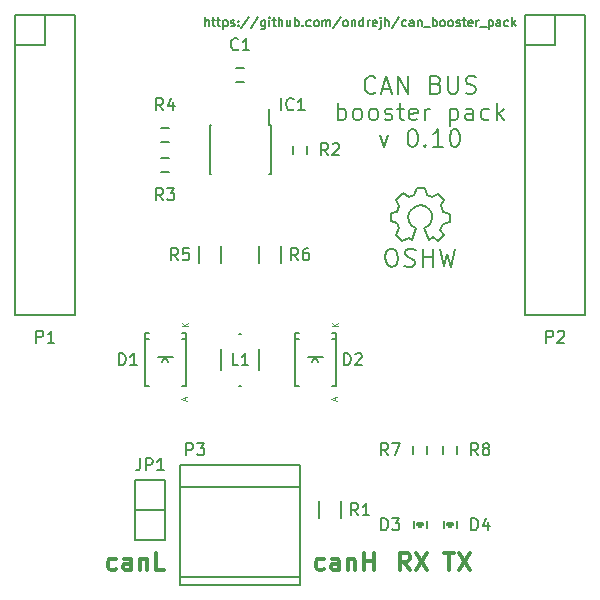
<source format=gbr>
G04 #@! TF.FileFunction,Legend,Top*
%FSLAX46Y46*%
G04 Gerber Fmt 4.6, Leading zero omitted, Abs format (unit mm)*
G04 Created by KiCad (PCBNEW (2014-12-04 BZR 5312)-product) date 9.1.2015 14:21:54*
%MOMM*%
G01*
G04 APERTURE LIST*
%ADD10C,0.100000*%
%ADD11C,0.300000*%
%ADD12C,0.150000*%
%ADD13C,0.099060*%
G04 APERTURE END LIST*
D10*
D11*
X92202143Y-87443571D02*
X93059286Y-87443571D01*
X92630715Y-88943571D02*
X92630715Y-87443571D01*
X93416429Y-87443571D02*
X94416429Y-88943571D01*
X94416429Y-87443571D02*
X93416429Y-88943571D01*
X89285001Y-88943571D02*
X88785001Y-88229286D01*
X88427858Y-88943571D02*
X88427858Y-87443571D01*
X88999286Y-87443571D01*
X89142144Y-87515000D01*
X89213572Y-87586429D01*
X89285001Y-87729286D01*
X89285001Y-87943571D01*
X89213572Y-88086429D01*
X89142144Y-88157857D01*
X88999286Y-88229286D01*
X88427858Y-88229286D01*
X89785001Y-87443571D02*
X90785001Y-88943571D01*
X90785001Y-87443571D02*
X89785001Y-88943571D01*
X82034286Y-88872143D02*
X81891429Y-88943571D01*
X81605715Y-88943571D01*
X81462857Y-88872143D01*
X81391429Y-88800714D01*
X81320000Y-88657857D01*
X81320000Y-88229286D01*
X81391429Y-88086429D01*
X81462857Y-88015000D01*
X81605715Y-87943571D01*
X81891429Y-87943571D01*
X82034286Y-88015000D01*
X83320000Y-88943571D02*
X83320000Y-88157857D01*
X83248571Y-88015000D01*
X83105714Y-87943571D01*
X82820000Y-87943571D01*
X82677143Y-88015000D01*
X83320000Y-88872143D02*
X83177143Y-88943571D01*
X82820000Y-88943571D01*
X82677143Y-88872143D01*
X82605714Y-88729286D01*
X82605714Y-88586429D01*
X82677143Y-88443571D01*
X82820000Y-88372143D01*
X83177143Y-88372143D01*
X83320000Y-88300714D01*
X84034286Y-87943571D02*
X84034286Y-88943571D01*
X84034286Y-88086429D02*
X84105714Y-88015000D01*
X84248572Y-87943571D01*
X84462857Y-87943571D01*
X84605714Y-88015000D01*
X84677143Y-88157857D01*
X84677143Y-88943571D01*
X85391429Y-88943571D02*
X85391429Y-87443571D01*
X85391429Y-88157857D02*
X86248572Y-88157857D01*
X86248572Y-88943571D02*
X86248572Y-87443571D01*
X64432857Y-88872143D02*
X64290000Y-88943571D01*
X64004286Y-88943571D01*
X63861428Y-88872143D01*
X63790000Y-88800714D01*
X63718571Y-88657857D01*
X63718571Y-88229286D01*
X63790000Y-88086429D01*
X63861428Y-88015000D01*
X64004286Y-87943571D01*
X64290000Y-87943571D01*
X64432857Y-88015000D01*
X65718571Y-88943571D02*
X65718571Y-88157857D01*
X65647142Y-88015000D01*
X65504285Y-87943571D01*
X65218571Y-87943571D01*
X65075714Y-88015000D01*
X65718571Y-88872143D02*
X65575714Y-88943571D01*
X65218571Y-88943571D01*
X65075714Y-88872143D01*
X65004285Y-88729286D01*
X65004285Y-88586429D01*
X65075714Y-88443571D01*
X65218571Y-88372143D01*
X65575714Y-88372143D01*
X65718571Y-88300714D01*
X66432857Y-87943571D02*
X66432857Y-88943571D01*
X66432857Y-88086429D02*
X66504285Y-88015000D01*
X66647143Y-87943571D01*
X66861428Y-87943571D01*
X67004285Y-88015000D01*
X67075714Y-88157857D01*
X67075714Y-88943571D01*
X68504286Y-88943571D02*
X67790000Y-88943571D01*
X67790000Y-87443571D01*
D12*
X71965004Y-42884286D02*
X71965004Y-42134286D01*
X72286433Y-42884286D02*
X72286433Y-42491429D01*
X72250719Y-42420000D01*
X72179290Y-42384286D01*
X72072147Y-42384286D01*
X72000719Y-42420000D01*
X71965004Y-42455714D01*
X72536433Y-42384286D02*
X72822147Y-42384286D01*
X72643575Y-42134286D02*
X72643575Y-42777143D01*
X72679290Y-42848571D01*
X72750718Y-42884286D01*
X72822147Y-42884286D01*
X72965004Y-42384286D02*
X73250718Y-42384286D01*
X73072146Y-42134286D02*
X73072146Y-42777143D01*
X73107861Y-42848571D01*
X73179289Y-42884286D01*
X73250718Y-42884286D01*
X73500717Y-42384286D02*
X73500717Y-43134286D01*
X73500717Y-42420000D02*
X73572146Y-42384286D01*
X73715003Y-42384286D01*
X73786432Y-42420000D01*
X73822146Y-42455714D01*
X73857860Y-42527143D01*
X73857860Y-42741429D01*
X73822146Y-42812857D01*
X73786432Y-42848571D01*
X73715003Y-42884286D01*
X73572146Y-42884286D01*
X73500717Y-42848571D01*
X74143574Y-42848571D02*
X74215003Y-42884286D01*
X74357860Y-42884286D01*
X74429288Y-42848571D01*
X74465003Y-42777143D01*
X74465003Y-42741429D01*
X74429288Y-42670000D01*
X74357860Y-42634286D01*
X74250717Y-42634286D01*
X74179288Y-42598571D01*
X74143574Y-42527143D01*
X74143574Y-42491429D01*
X74179288Y-42420000D01*
X74250717Y-42384286D01*
X74357860Y-42384286D01*
X74429288Y-42420000D01*
X74786431Y-42812857D02*
X74822146Y-42848571D01*
X74786431Y-42884286D01*
X74750717Y-42848571D01*
X74786431Y-42812857D01*
X74786431Y-42884286D01*
X74786431Y-42420000D02*
X74822146Y-42455714D01*
X74786431Y-42491429D01*
X74750717Y-42455714D01*
X74786431Y-42420000D01*
X74786431Y-42491429D01*
X75679289Y-42098571D02*
X75036432Y-43062857D01*
X76465003Y-42098571D02*
X75822146Y-43062857D01*
X77036431Y-42384286D02*
X77036431Y-42991429D01*
X77000717Y-43062857D01*
X76965002Y-43098571D01*
X76893574Y-43134286D01*
X76786431Y-43134286D01*
X76715002Y-43098571D01*
X77036431Y-42848571D02*
X76965002Y-42884286D01*
X76822145Y-42884286D01*
X76750717Y-42848571D01*
X76715002Y-42812857D01*
X76679288Y-42741429D01*
X76679288Y-42527143D01*
X76715002Y-42455714D01*
X76750717Y-42420000D01*
X76822145Y-42384286D01*
X76965002Y-42384286D01*
X77036431Y-42420000D01*
X77393573Y-42884286D02*
X77393573Y-42384286D01*
X77393573Y-42134286D02*
X77357859Y-42170000D01*
X77393573Y-42205714D01*
X77429288Y-42170000D01*
X77393573Y-42134286D01*
X77393573Y-42205714D01*
X77643574Y-42384286D02*
X77929288Y-42384286D01*
X77750716Y-42134286D02*
X77750716Y-42777143D01*
X77786431Y-42848571D01*
X77857859Y-42884286D01*
X77929288Y-42884286D01*
X78179287Y-42884286D02*
X78179287Y-42134286D01*
X78500716Y-42884286D02*
X78500716Y-42491429D01*
X78465002Y-42420000D01*
X78393573Y-42384286D01*
X78286430Y-42384286D01*
X78215002Y-42420000D01*
X78179287Y-42455714D01*
X79179287Y-42384286D02*
X79179287Y-42884286D01*
X78857858Y-42384286D02*
X78857858Y-42777143D01*
X78893573Y-42848571D01*
X78965001Y-42884286D01*
X79072144Y-42884286D01*
X79143573Y-42848571D01*
X79179287Y-42812857D01*
X79536429Y-42884286D02*
X79536429Y-42134286D01*
X79536429Y-42420000D02*
X79607858Y-42384286D01*
X79750715Y-42384286D01*
X79822144Y-42420000D01*
X79857858Y-42455714D01*
X79893572Y-42527143D01*
X79893572Y-42741429D01*
X79857858Y-42812857D01*
X79822144Y-42848571D01*
X79750715Y-42884286D01*
X79607858Y-42884286D01*
X79536429Y-42848571D01*
X80215000Y-42812857D02*
X80250715Y-42848571D01*
X80215000Y-42884286D01*
X80179286Y-42848571D01*
X80215000Y-42812857D01*
X80215000Y-42884286D01*
X80893572Y-42848571D02*
X80822143Y-42884286D01*
X80679286Y-42884286D01*
X80607858Y-42848571D01*
X80572143Y-42812857D01*
X80536429Y-42741429D01*
X80536429Y-42527143D01*
X80572143Y-42455714D01*
X80607858Y-42420000D01*
X80679286Y-42384286D01*
X80822143Y-42384286D01*
X80893572Y-42420000D01*
X81322143Y-42884286D02*
X81250715Y-42848571D01*
X81215000Y-42812857D01*
X81179286Y-42741429D01*
X81179286Y-42527143D01*
X81215000Y-42455714D01*
X81250715Y-42420000D01*
X81322143Y-42384286D01*
X81429286Y-42384286D01*
X81500715Y-42420000D01*
X81536429Y-42455714D01*
X81572143Y-42527143D01*
X81572143Y-42741429D01*
X81536429Y-42812857D01*
X81500715Y-42848571D01*
X81429286Y-42884286D01*
X81322143Y-42884286D01*
X81893571Y-42884286D02*
X81893571Y-42384286D01*
X81893571Y-42455714D02*
X81929286Y-42420000D01*
X82000714Y-42384286D01*
X82107857Y-42384286D01*
X82179286Y-42420000D01*
X82215000Y-42491429D01*
X82215000Y-42884286D01*
X82215000Y-42491429D02*
X82250714Y-42420000D01*
X82322143Y-42384286D01*
X82429286Y-42384286D01*
X82500714Y-42420000D01*
X82536429Y-42491429D01*
X82536429Y-42884286D01*
X83429286Y-42098571D02*
X82786429Y-43062857D01*
X83786428Y-42884286D02*
X83715000Y-42848571D01*
X83679285Y-42812857D01*
X83643571Y-42741429D01*
X83643571Y-42527143D01*
X83679285Y-42455714D01*
X83715000Y-42420000D01*
X83786428Y-42384286D01*
X83893571Y-42384286D01*
X83965000Y-42420000D01*
X84000714Y-42455714D01*
X84036428Y-42527143D01*
X84036428Y-42741429D01*
X84000714Y-42812857D01*
X83965000Y-42848571D01*
X83893571Y-42884286D01*
X83786428Y-42884286D01*
X84357856Y-42384286D02*
X84357856Y-42884286D01*
X84357856Y-42455714D02*
X84393571Y-42420000D01*
X84464999Y-42384286D01*
X84572142Y-42384286D01*
X84643571Y-42420000D01*
X84679285Y-42491429D01*
X84679285Y-42884286D01*
X85357856Y-42884286D02*
X85357856Y-42134286D01*
X85357856Y-42848571D02*
X85286427Y-42884286D01*
X85143570Y-42884286D01*
X85072142Y-42848571D01*
X85036427Y-42812857D01*
X85000713Y-42741429D01*
X85000713Y-42527143D01*
X85036427Y-42455714D01*
X85072142Y-42420000D01*
X85143570Y-42384286D01*
X85286427Y-42384286D01*
X85357856Y-42420000D01*
X85714998Y-42884286D02*
X85714998Y-42384286D01*
X85714998Y-42527143D02*
X85750713Y-42455714D01*
X85786427Y-42420000D01*
X85857856Y-42384286D01*
X85929284Y-42384286D01*
X86464999Y-42848571D02*
X86393570Y-42884286D01*
X86250713Y-42884286D01*
X86179284Y-42848571D01*
X86143570Y-42777143D01*
X86143570Y-42491429D01*
X86179284Y-42420000D01*
X86250713Y-42384286D01*
X86393570Y-42384286D01*
X86464999Y-42420000D01*
X86500713Y-42491429D01*
X86500713Y-42562857D01*
X86143570Y-42634286D01*
X86822141Y-42384286D02*
X86822141Y-43027143D01*
X86786427Y-43098571D01*
X86714999Y-43134286D01*
X86679284Y-43134286D01*
X86822141Y-42134286D02*
X86786427Y-42170000D01*
X86822141Y-42205714D01*
X86857856Y-42170000D01*
X86822141Y-42134286D01*
X86822141Y-42205714D01*
X87179284Y-42884286D02*
X87179284Y-42134286D01*
X87500713Y-42884286D02*
X87500713Y-42491429D01*
X87464999Y-42420000D01*
X87393570Y-42384286D01*
X87286427Y-42384286D01*
X87214999Y-42420000D01*
X87179284Y-42455714D01*
X88393570Y-42098571D02*
X87750713Y-43062857D01*
X88964998Y-42848571D02*
X88893569Y-42884286D01*
X88750712Y-42884286D01*
X88679284Y-42848571D01*
X88643569Y-42812857D01*
X88607855Y-42741429D01*
X88607855Y-42527143D01*
X88643569Y-42455714D01*
X88679284Y-42420000D01*
X88750712Y-42384286D01*
X88893569Y-42384286D01*
X88964998Y-42420000D01*
X89607855Y-42884286D02*
X89607855Y-42491429D01*
X89572141Y-42420000D01*
X89500712Y-42384286D01*
X89357855Y-42384286D01*
X89286426Y-42420000D01*
X89607855Y-42848571D02*
X89536426Y-42884286D01*
X89357855Y-42884286D01*
X89286426Y-42848571D01*
X89250712Y-42777143D01*
X89250712Y-42705714D01*
X89286426Y-42634286D01*
X89357855Y-42598571D01*
X89536426Y-42598571D01*
X89607855Y-42562857D01*
X89964997Y-42384286D02*
X89964997Y-42884286D01*
X89964997Y-42455714D02*
X90000712Y-42420000D01*
X90072140Y-42384286D01*
X90179283Y-42384286D01*
X90250712Y-42420000D01*
X90286426Y-42491429D01*
X90286426Y-42884286D01*
X90464997Y-42955714D02*
X91036426Y-42955714D01*
X91214997Y-42884286D02*
X91214997Y-42134286D01*
X91214997Y-42420000D02*
X91286426Y-42384286D01*
X91429283Y-42384286D01*
X91500712Y-42420000D01*
X91536426Y-42455714D01*
X91572140Y-42527143D01*
X91572140Y-42741429D01*
X91536426Y-42812857D01*
X91500712Y-42848571D01*
X91429283Y-42884286D01*
X91286426Y-42884286D01*
X91214997Y-42848571D01*
X92000711Y-42884286D02*
X91929283Y-42848571D01*
X91893568Y-42812857D01*
X91857854Y-42741429D01*
X91857854Y-42527143D01*
X91893568Y-42455714D01*
X91929283Y-42420000D01*
X92000711Y-42384286D01*
X92107854Y-42384286D01*
X92179283Y-42420000D01*
X92214997Y-42455714D01*
X92250711Y-42527143D01*
X92250711Y-42741429D01*
X92214997Y-42812857D01*
X92179283Y-42848571D01*
X92107854Y-42884286D01*
X92000711Y-42884286D01*
X92679282Y-42884286D02*
X92607854Y-42848571D01*
X92572139Y-42812857D01*
X92536425Y-42741429D01*
X92536425Y-42527143D01*
X92572139Y-42455714D01*
X92607854Y-42420000D01*
X92679282Y-42384286D01*
X92786425Y-42384286D01*
X92857854Y-42420000D01*
X92893568Y-42455714D01*
X92929282Y-42527143D01*
X92929282Y-42741429D01*
X92893568Y-42812857D01*
X92857854Y-42848571D01*
X92786425Y-42884286D01*
X92679282Y-42884286D01*
X93214996Y-42848571D02*
X93286425Y-42884286D01*
X93429282Y-42884286D01*
X93500710Y-42848571D01*
X93536425Y-42777143D01*
X93536425Y-42741429D01*
X93500710Y-42670000D01*
X93429282Y-42634286D01*
X93322139Y-42634286D01*
X93250710Y-42598571D01*
X93214996Y-42527143D01*
X93214996Y-42491429D01*
X93250710Y-42420000D01*
X93322139Y-42384286D01*
X93429282Y-42384286D01*
X93500710Y-42420000D01*
X93750711Y-42384286D02*
X94036425Y-42384286D01*
X93857853Y-42134286D02*
X93857853Y-42777143D01*
X93893568Y-42848571D01*
X93964996Y-42884286D01*
X94036425Y-42884286D01*
X94572139Y-42848571D02*
X94500710Y-42884286D01*
X94357853Y-42884286D01*
X94286424Y-42848571D01*
X94250710Y-42777143D01*
X94250710Y-42491429D01*
X94286424Y-42420000D01*
X94357853Y-42384286D01*
X94500710Y-42384286D01*
X94572139Y-42420000D01*
X94607853Y-42491429D01*
X94607853Y-42562857D01*
X94250710Y-42634286D01*
X94929281Y-42884286D02*
X94929281Y-42384286D01*
X94929281Y-42527143D02*
X94964996Y-42455714D01*
X95000710Y-42420000D01*
X95072139Y-42384286D01*
X95143567Y-42384286D01*
X95214996Y-42955714D02*
X95786425Y-42955714D01*
X95964996Y-42384286D02*
X95964996Y-43134286D01*
X95964996Y-42420000D02*
X96036425Y-42384286D01*
X96179282Y-42384286D01*
X96250711Y-42420000D01*
X96286425Y-42455714D01*
X96322139Y-42527143D01*
X96322139Y-42741429D01*
X96286425Y-42812857D01*
X96250711Y-42848571D01*
X96179282Y-42884286D01*
X96036425Y-42884286D01*
X95964996Y-42848571D01*
X96964996Y-42884286D02*
X96964996Y-42491429D01*
X96929282Y-42420000D01*
X96857853Y-42384286D01*
X96714996Y-42384286D01*
X96643567Y-42420000D01*
X96964996Y-42848571D02*
X96893567Y-42884286D01*
X96714996Y-42884286D01*
X96643567Y-42848571D01*
X96607853Y-42777143D01*
X96607853Y-42705714D01*
X96643567Y-42634286D01*
X96714996Y-42598571D01*
X96893567Y-42598571D01*
X96964996Y-42562857D01*
X97643567Y-42848571D02*
X97572138Y-42884286D01*
X97429281Y-42884286D01*
X97357853Y-42848571D01*
X97322138Y-42812857D01*
X97286424Y-42741429D01*
X97286424Y-42527143D01*
X97322138Y-42455714D01*
X97357853Y-42420000D01*
X97429281Y-42384286D01*
X97572138Y-42384286D01*
X97643567Y-42420000D01*
X97964995Y-42884286D02*
X97964995Y-42134286D01*
X98036424Y-42598571D02*
X98250710Y-42884286D01*
X98250710Y-42384286D02*
X97964995Y-42670000D01*
X86384286Y-48450714D02*
X86312857Y-48522143D01*
X86098571Y-48593571D01*
X85955714Y-48593571D01*
X85741429Y-48522143D01*
X85598571Y-48379286D01*
X85527143Y-48236429D01*
X85455714Y-47950714D01*
X85455714Y-47736429D01*
X85527143Y-47450714D01*
X85598571Y-47307857D01*
X85741429Y-47165000D01*
X85955714Y-47093571D01*
X86098571Y-47093571D01*
X86312857Y-47165000D01*
X86384286Y-47236429D01*
X86955714Y-48165000D02*
X87670000Y-48165000D01*
X86812857Y-48593571D02*
X87312857Y-47093571D01*
X87812857Y-48593571D01*
X88312857Y-48593571D02*
X88312857Y-47093571D01*
X89170000Y-48593571D01*
X89170000Y-47093571D01*
X91527143Y-47807857D02*
X91741429Y-47879286D01*
X91812857Y-47950714D01*
X91884286Y-48093571D01*
X91884286Y-48307857D01*
X91812857Y-48450714D01*
X91741429Y-48522143D01*
X91598571Y-48593571D01*
X91027143Y-48593571D01*
X91027143Y-47093571D01*
X91527143Y-47093571D01*
X91670000Y-47165000D01*
X91741429Y-47236429D01*
X91812857Y-47379286D01*
X91812857Y-47522143D01*
X91741429Y-47665000D01*
X91670000Y-47736429D01*
X91527143Y-47807857D01*
X91027143Y-47807857D01*
X92527143Y-47093571D02*
X92527143Y-48307857D01*
X92598571Y-48450714D01*
X92670000Y-48522143D01*
X92812857Y-48593571D01*
X93098571Y-48593571D01*
X93241429Y-48522143D01*
X93312857Y-48450714D01*
X93384286Y-48307857D01*
X93384286Y-47093571D01*
X94027143Y-48522143D02*
X94241429Y-48593571D01*
X94598572Y-48593571D01*
X94741429Y-48522143D01*
X94812858Y-48450714D01*
X94884286Y-48307857D01*
X94884286Y-48165000D01*
X94812858Y-48022143D01*
X94741429Y-47950714D01*
X94598572Y-47879286D01*
X94312858Y-47807857D01*
X94170000Y-47736429D01*
X94098572Y-47665000D01*
X94027143Y-47522143D01*
X94027143Y-47379286D01*
X94098572Y-47236429D01*
X94170000Y-47165000D01*
X94312858Y-47093571D01*
X94670000Y-47093571D01*
X94884286Y-47165000D01*
X83170000Y-50843571D02*
X83170000Y-49343571D01*
X83170000Y-49915000D02*
X83312857Y-49843571D01*
X83598571Y-49843571D01*
X83741428Y-49915000D01*
X83812857Y-49986429D01*
X83884286Y-50129286D01*
X83884286Y-50557857D01*
X83812857Y-50700714D01*
X83741428Y-50772143D01*
X83598571Y-50843571D01*
X83312857Y-50843571D01*
X83170000Y-50772143D01*
X84741429Y-50843571D02*
X84598571Y-50772143D01*
X84527143Y-50700714D01*
X84455714Y-50557857D01*
X84455714Y-50129286D01*
X84527143Y-49986429D01*
X84598571Y-49915000D01*
X84741429Y-49843571D01*
X84955714Y-49843571D01*
X85098571Y-49915000D01*
X85170000Y-49986429D01*
X85241429Y-50129286D01*
X85241429Y-50557857D01*
X85170000Y-50700714D01*
X85098571Y-50772143D01*
X84955714Y-50843571D01*
X84741429Y-50843571D01*
X86098572Y-50843571D02*
X85955714Y-50772143D01*
X85884286Y-50700714D01*
X85812857Y-50557857D01*
X85812857Y-50129286D01*
X85884286Y-49986429D01*
X85955714Y-49915000D01*
X86098572Y-49843571D01*
X86312857Y-49843571D01*
X86455714Y-49915000D01*
X86527143Y-49986429D01*
X86598572Y-50129286D01*
X86598572Y-50557857D01*
X86527143Y-50700714D01*
X86455714Y-50772143D01*
X86312857Y-50843571D01*
X86098572Y-50843571D01*
X87170000Y-50772143D02*
X87312857Y-50843571D01*
X87598572Y-50843571D01*
X87741429Y-50772143D01*
X87812857Y-50629286D01*
X87812857Y-50557857D01*
X87741429Y-50415000D01*
X87598572Y-50343571D01*
X87384286Y-50343571D01*
X87241429Y-50272143D01*
X87170000Y-50129286D01*
X87170000Y-50057857D01*
X87241429Y-49915000D01*
X87384286Y-49843571D01*
X87598572Y-49843571D01*
X87741429Y-49915000D01*
X88241429Y-49843571D02*
X88812858Y-49843571D01*
X88455715Y-49343571D02*
X88455715Y-50629286D01*
X88527143Y-50772143D01*
X88670001Y-50843571D01*
X88812858Y-50843571D01*
X89884286Y-50772143D02*
X89741429Y-50843571D01*
X89455715Y-50843571D01*
X89312858Y-50772143D01*
X89241429Y-50629286D01*
X89241429Y-50057857D01*
X89312858Y-49915000D01*
X89455715Y-49843571D01*
X89741429Y-49843571D01*
X89884286Y-49915000D01*
X89955715Y-50057857D01*
X89955715Y-50200714D01*
X89241429Y-50343571D01*
X90598572Y-50843571D02*
X90598572Y-49843571D01*
X90598572Y-50129286D02*
X90670000Y-49986429D01*
X90741429Y-49915000D01*
X90884286Y-49843571D01*
X91027143Y-49843571D01*
X92670000Y-49843571D02*
X92670000Y-51343571D01*
X92670000Y-49915000D02*
X92812857Y-49843571D01*
X93098571Y-49843571D01*
X93241428Y-49915000D01*
X93312857Y-49986429D01*
X93384286Y-50129286D01*
X93384286Y-50557857D01*
X93312857Y-50700714D01*
X93241428Y-50772143D01*
X93098571Y-50843571D01*
X92812857Y-50843571D01*
X92670000Y-50772143D01*
X94670000Y-50843571D02*
X94670000Y-50057857D01*
X94598571Y-49915000D01*
X94455714Y-49843571D01*
X94170000Y-49843571D01*
X94027143Y-49915000D01*
X94670000Y-50772143D02*
X94527143Y-50843571D01*
X94170000Y-50843571D01*
X94027143Y-50772143D01*
X93955714Y-50629286D01*
X93955714Y-50486429D01*
X94027143Y-50343571D01*
X94170000Y-50272143D01*
X94527143Y-50272143D01*
X94670000Y-50200714D01*
X96027143Y-50772143D02*
X95884286Y-50843571D01*
X95598572Y-50843571D01*
X95455714Y-50772143D01*
X95384286Y-50700714D01*
X95312857Y-50557857D01*
X95312857Y-50129286D01*
X95384286Y-49986429D01*
X95455714Y-49915000D01*
X95598572Y-49843571D01*
X95884286Y-49843571D01*
X96027143Y-49915000D01*
X96670000Y-50843571D02*
X96670000Y-49343571D01*
X96812857Y-50272143D02*
X97241428Y-50843571D01*
X97241428Y-49843571D02*
X96670000Y-50415000D01*
X86741430Y-52093571D02*
X87098573Y-53093571D01*
X87455715Y-52093571D01*
X89455715Y-51593571D02*
X89598572Y-51593571D01*
X89741429Y-51665000D01*
X89812858Y-51736429D01*
X89884287Y-51879286D01*
X89955715Y-52165000D01*
X89955715Y-52522143D01*
X89884287Y-52807857D01*
X89812858Y-52950714D01*
X89741429Y-53022143D01*
X89598572Y-53093571D01*
X89455715Y-53093571D01*
X89312858Y-53022143D01*
X89241429Y-52950714D01*
X89170001Y-52807857D01*
X89098572Y-52522143D01*
X89098572Y-52165000D01*
X89170001Y-51879286D01*
X89241429Y-51736429D01*
X89312858Y-51665000D01*
X89455715Y-51593571D01*
X90598572Y-52950714D02*
X90670000Y-53022143D01*
X90598572Y-53093571D01*
X90527143Y-53022143D01*
X90598572Y-52950714D01*
X90598572Y-53093571D01*
X92098572Y-53093571D02*
X91241429Y-53093571D01*
X91670001Y-53093571D02*
X91670001Y-51593571D01*
X91527144Y-51807857D01*
X91384286Y-51950714D01*
X91241429Y-52022143D01*
X93027143Y-51593571D02*
X93170000Y-51593571D01*
X93312857Y-51665000D01*
X93384286Y-51736429D01*
X93455715Y-51879286D01*
X93527143Y-52165000D01*
X93527143Y-52522143D01*
X93455715Y-52807857D01*
X93384286Y-52950714D01*
X93312857Y-53022143D01*
X93170000Y-53093571D01*
X93027143Y-53093571D01*
X92884286Y-53022143D01*
X92812857Y-52950714D01*
X92741429Y-52807857D01*
X92670000Y-52522143D01*
X92670000Y-52165000D01*
X92741429Y-51879286D01*
X92812857Y-51736429D01*
X92884286Y-51665000D01*
X93027143Y-51593571D01*
X90271600Y-85090000D02*
X90424000Y-85090000D01*
X90424000Y-85090000D02*
X90424000Y-84937600D01*
X90424000Y-84937600D02*
X89916000Y-84937600D01*
X89916000Y-84937600D02*
X89916000Y-85090000D01*
X89916000Y-85090000D02*
X90068400Y-85090000D01*
X89611200Y-84785200D02*
X89611200Y-85394800D01*
X90728800Y-84785200D02*
X90728800Y-85394800D01*
X90269060Y-85090000D02*
X90070940Y-85090000D01*
X90070940Y-85090000D02*
X90070940Y-85288120D01*
X90269060Y-85288120D02*
X90070940Y-85288120D01*
X90269060Y-85090000D02*
X90269060Y-85288120D01*
X91838780Y-61744860D02*
X92199460Y-63215520D01*
X92199460Y-63215520D02*
X92478860Y-62153800D01*
X92478860Y-62153800D02*
X92788740Y-63225680D01*
X92788740Y-63225680D02*
X93129100Y-61775340D01*
X90418920Y-62435740D02*
X91208860Y-62425580D01*
X91208860Y-62425580D02*
X91219020Y-62435740D01*
X91219020Y-62435740D02*
X91219020Y-62425580D01*
X91259660Y-61714380D02*
X91259660Y-63256160D01*
X90370660Y-61704220D02*
X90370660Y-63273940D01*
X90370660Y-63273940D02*
X90380820Y-63263780D01*
X89819480Y-61805820D02*
X89468960Y-61724540D01*
X89468960Y-61724540D02*
X89148920Y-61714380D01*
X89148920Y-61714380D02*
X88910160Y-61915040D01*
X88910160Y-61915040D02*
X88879680Y-62184280D01*
X88879680Y-62184280D02*
X89120980Y-62425580D01*
X89120980Y-62425580D02*
X89509600Y-62555120D01*
X89509600Y-62555120D02*
X89689940Y-62715140D01*
X89689940Y-62715140D02*
X89730580Y-63014860D01*
X89730580Y-63014860D02*
X89499440Y-63235840D01*
X89499440Y-63235840D02*
X89179400Y-63263780D01*
X89179400Y-63263780D02*
X88828880Y-63154560D01*
X87790020Y-61704220D02*
X87541100Y-61724540D01*
X87541100Y-61724540D02*
X87299800Y-61965840D01*
X87299800Y-61965840D02*
X87210900Y-62456060D01*
X87210900Y-62456060D02*
X87238840Y-62804040D01*
X87238840Y-62804040D02*
X87439500Y-63124080D01*
X87439500Y-63124080D02*
X87690960Y-63246000D01*
X87690960Y-63246000D02*
X88000840Y-63174880D01*
X88000840Y-63174880D02*
X88219280Y-62994540D01*
X88219280Y-62994540D02*
X88290400Y-62534800D01*
X88290400Y-62534800D02*
X88239600Y-62125860D01*
X88239600Y-62125860D02*
X88130380Y-61843920D01*
X88130380Y-61843920D02*
X87769700Y-61714380D01*
X88389460Y-59984640D02*
X88130380Y-60545980D01*
X88130380Y-60545980D02*
X88668860Y-61064140D01*
X88668860Y-61064140D02*
X89189560Y-60794900D01*
X89189560Y-60794900D02*
X89468960Y-60954920D01*
X90909140Y-60934600D02*
X91239340Y-60744100D01*
X91239340Y-60744100D02*
X91678760Y-61074300D01*
X91678760Y-61074300D02*
X92151200Y-60584080D01*
X92151200Y-60584080D02*
X91869260Y-60104020D01*
X91869260Y-60104020D02*
X92059760Y-59634120D01*
X92059760Y-59634120D02*
X92669360Y-59446160D01*
X92669360Y-59446160D02*
X92669360Y-58765440D01*
X92669360Y-58765440D02*
X92110560Y-58625740D01*
X92110560Y-58625740D02*
X91909900Y-58054240D01*
X91909900Y-58054240D02*
X92179140Y-57584340D01*
X92179140Y-57584340D02*
X91709240Y-57073800D01*
X91709240Y-57073800D02*
X91191080Y-57335420D01*
X91191080Y-57335420D02*
X90721180Y-57134760D01*
X90721180Y-57134760D02*
X90551000Y-56593740D01*
X90551000Y-56593740D02*
X89860120Y-56575960D01*
X89860120Y-56575960D02*
X89649300Y-57124600D01*
X89649300Y-57124600D02*
X89230200Y-57294780D01*
X89230200Y-57294780D02*
X88679020Y-57025540D01*
X88679020Y-57025540D02*
X88160860Y-57553860D01*
X88160860Y-57553860D02*
X88409780Y-58094880D01*
X88409780Y-58094880D02*
X88239600Y-58574940D01*
X88239600Y-58574940D02*
X87690960Y-58674000D01*
X87690960Y-58674000D02*
X87680800Y-59375040D01*
X87680800Y-59375040D02*
X88239600Y-59575700D01*
X88239600Y-59575700D02*
X88379300Y-59974480D01*
X90520520Y-59954160D02*
X90820240Y-59804300D01*
X90820240Y-59804300D02*
X91020900Y-59606180D01*
X91020900Y-59606180D02*
X91170760Y-59204860D01*
X91170760Y-59204860D02*
X91170760Y-58806080D01*
X91170760Y-58806080D02*
X91020900Y-58455560D01*
X91020900Y-58455560D02*
X90568780Y-58105040D01*
X90568780Y-58105040D02*
X90119200Y-58054240D01*
X90119200Y-58054240D02*
X89720420Y-58155840D01*
X89720420Y-58155840D02*
X89319100Y-58503820D01*
X89319100Y-58503820D02*
X89169240Y-58955940D01*
X89169240Y-58955940D02*
X89220040Y-59453780D01*
X89220040Y-59453780D02*
X89468960Y-59756040D01*
X89468960Y-59756040D02*
X89819480Y-59954160D01*
X89819480Y-59954160D02*
X89468960Y-60954920D01*
X90520520Y-59954160D02*
X90919300Y-60954920D01*
X67929760Y-70919340D02*
X69230240Y-70919340D01*
X68580000Y-70919340D02*
X68828920Y-71320660D01*
X68580000Y-70919340D02*
X68280280Y-71320660D01*
X70330060Y-69319140D02*
X69979540Y-69319140D01*
X66829940Y-69319140D02*
X67180460Y-69319140D01*
X70330060Y-68869560D02*
X69979540Y-68869560D01*
X70330060Y-73370440D02*
X69979540Y-73370440D01*
X66829940Y-73370440D02*
X67180460Y-73370440D01*
X66829940Y-68869560D02*
X67180460Y-68869560D01*
X70330060Y-73370440D02*
X70330060Y-68869560D01*
X66829940Y-73370440D02*
X66829940Y-68869560D01*
X80629760Y-70919340D02*
X81930240Y-70919340D01*
X81280000Y-70919340D02*
X81528920Y-71320660D01*
X81280000Y-70919340D02*
X80980280Y-71320660D01*
X83030060Y-69319140D02*
X82679540Y-69319140D01*
X79529940Y-69319140D02*
X79880460Y-69319140D01*
X83030060Y-68869560D02*
X82679540Y-68869560D01*
X83030060Y-73370440D02*
X82679540Y-73370440D01*
X79529940Y-73370440D02*
X79880460Y-73370440D01*
X79529940Y-68869560D02*
X79880460Y-68869560D01*
X83030060Y-73370440D02*
X83030060Y-68869560D01*
X79529940Y-73370440D02*
X79529940Y-68869560D01*
X77505000Y-51265000D02*
X77360000Y-51265000D01*
X77505000Y-55415000D02*
X77360000Y-55415000D01*
X72355000Y-55415000D02*
X72500000Y-55415000D01*
X72355000Y-51265000D02*
X72500000Y-51265000D01*
X77505000Y-51265000D02*
X77505000Y-55415000D01*
X72355000Y-51265000D02*
X72355000Y-55415000D01*
X77360000Y-51265000D02*
X77360000Y-49865000D01*
X68580000Y-83820000D02*
X66040000Y-83820000D01*
X68580000Y-81280000D02*
X66040000Y-81280000D01*
X66040000Y-81280000D02*
X66040000Y-83820000D01*
X66040000Y-83820000D02*
X66040000Y-86360000D01*
X66040000Y-86360000D02*
X68580000Y-86360000D01*
X68580000Y-86360000D02*
X68580000Y-81280000D01*
X60960000Y-67310000D02*
X60960000Y-41910000D01*
X55880000Y-44450000D02*
X55880000Y-67310000D01*
X60960000Y-67310000D02*
X55880000Y-67310000D01*
X60960000Y-41910000D02*
X58420000Y-41910000D01*
X55880000Y-41910000D02*
X55880000Y-44450000D01*
X58420000Y-41910000D02*
X58420000Y-44450000D01*
X58420000Y-44450000D02*
X55880000Y-44450000D01*
X55880000Y-41910000D02*
X58420000Y-41910000D01*
X104140000Y-67310000D02*
X104140000Y-41910000D01*
X99060000Y-44450000D02*
X99060000Y-67310000D01*
X104140000Y-67310000D02*
X99060000Y-67310000D01*
X104140000Y-41910000D02*
X101600000Y-41910000D01*
X99060000Y-41910000D02*
X99060000Y-44450000D01*
X101600000Y-41910000D02*
X101600000Y-44450000D01*
X101600000Y-44450000D02*
X99060000Y-44450000D01*
X99060000Y-41910000D02*
X101600000Y-41910000D01*
X74830000Y-73320000D02*
X75030000Y-73320000D01*
X74830000Y-68920000D02*
X75030000Y-68920000D01*
X76530000Y-70220000D02*
X76530000Y-72020000D01*
X73330000Y-70220000D02*
X73330000Y-72020000D01*
X90779600Y-79095600D02*
X90779600Y-78384400D01*
X89560400Y-79095600D02*
X89560400Y-78384400D01*
X92811600Y-85090000D02*
X92964000Y-85090000D01*
X92964000Y-85090000D02*
X92964000Y-84937600D01*
X92964000Y-84937600D02*
X92456000Y-84937600D01*
X92456000Y-84937600D02*
X92456000Y-85090000D01*
X92456000Y-85090000D02*
X92608400Y-85090000D01*
X92151200Y-84785200D02*
X92151200Y-85394800D01*
X93268800Y-84785200D02*
X93268800Y-85394800D01*
X92809060Y-85090000D02*
X92610940Y-85090000D01*
X92610940Y-85090000D02*
X92610940Y-85288120D01*
X92809060Y-85288120D02*
X92610940Y-85288120D01*
X92809060Y-85090000D02*
X92809060Y-85288120D01*
X93319600Y-79095600D02*
X93319600Y-78384400D01*
X92100400Y-79095600D02*
X92100400Y-78384400D01*
X68224400Y-52679600D02*
X68935600Y-52679600D01*
X68224400Y-51460400D02*
X68935600Y-51460400D01*
X68224400Y-55219600D02*
X68935600Y-55219600D01*
X68224400Y-54000400D02*
X68935600Y-54000400D01*
X80619600Y-53695600D02*
X80619600Y-52984400D01*
X79400400Y-53695600D02*
X79400400Y-52984400D01*
X74574400Y-47599600D02*
X75285600Y-47599600D01*
X74574400Y-46380400D02*
X75285600Y-46380400D01*
X76555600Y-61518800D02*
X76555600Y-62941200D01*
X78384400Y-61518800D02*
X78384400Y-62941200D01*
X71475600Y-61518800D02*
X71475600Y-62941200D01*
X73304400Y-61518800D02*
X73304400Y-62941200D01*
X83464400Y-84531200D02*
X83464400Y-83108800D01*
X81635600Y-84531200D02*
X81635600Y-83108800D01*
X69850000Y-81915000D02*
X80010000Y-81915000D01*
X69850000Y-89535000D02*
X80010000Y-89535000D01*
X69850000Y-90170000D02*
X80010000Y-90170000D01*
X80010000Y-90170000D02*
X80010000Y-80010000D01*
X80010000Y-80010000D02*
X69850000Y-80010000D01*
X69850000Y-80010000D02*
X69850000Y-90170000D01*
X86891905Y-85542381D02*
X86891905Y-84542381D01*
X87130000Y-84542381D01*
X87272858Y-84590000D01*
X87368096Y-84685238D01*
X87415715Y-84780476D01*
X87463334Y-84970952D01*
X87463334Y-85113810D01*
X87415715Y-85304286D01*
X87368096Y-85399524D01*
X87272858Y-85494762D01*
X87130000Y-85542381D01*
X86891905Y-85542381D01*
X87796667Y-84542381D02*
X88415715Y-84542381D01*
X88082381Y-84923333D01*
X88225239Y-84923333D01*
X88320477Y-84970952D01*
X88368096Y-85018571D01*
X88415715Y-85113810D01*
X88415715Y-85351905D01*
X88368096Y-85447143D01*
X88320477Y-85494762D01*
X88225239Y-85542381D01*
X87939524Y-85542381D01*
X87844286Y-85494762D01*
X87796667Y-85447143D01*
X64666905Y-71572381D02*
X64666905Y-70572381D01*
X64905000Y-70572381D01*
X65047858Y-70620000D01*
X65143096Y-70715238D01*
X65190715Y-70810476D01*
X65238334Y-71000952D01*
X65238334Y-71143810D01*
X65190715Y-71334286D01*
X65143096Y-71429524D01*
X65047858Y-71524762D01*
X64905000Y-71572381D01*
X64666905Y-71572381D01*
X66190715Y-71572381D02*
X65619286Y-71572381D01*
X65905000Y-71572381D02*
X65905000Y-70572381D01*
X65809762Y-70715238D01*
X65714524Y-70810476D01*
X65619286Y-70858095D01*
D13*
X70263597Y-74538598D02*
X70263597Y-74300321D01*
X70406562Y-74586253D02*
X69906182Y-74419459D01*
X70406562Y-74252666D01*
X70505622Y-68251312D02*
X70005242Y-68251312D01*
X70505622Y-67965380D02*
X70219691Y-68179829D01*
X70005242Y-67965380D02*
X70291174Y-68251312D01*
D12*
X83716905Y-71572381D02*
X83716905Y-70572381D01*
X83955000Y-70572381D01*
X84097858Y-70620000D01*
X84193096Y-70715238D01*
X84240715Y-70810476D01*
X84288334Y-71000952D01*
X84288334Y-71143810D01*
X84240715Y-71334286D01*
X84193096Y-71429524D01*
X84097858Y-71524762D01*
X83955000Y-71572381D01*
X83716905Y-71572381D01*
X84669286Y-70667619D02*
X84716905Y-70620000D01*
X84812143Y-70572381D01*
X85050239Y-70572381D01*
X85145477Y-70620000D01*
X85193096Y-70667619D01*
X85240715Y-70762857D01*
X85240715Y-70858095D01*
X85193096Y-71000952D01*
X84621667Y-71572381D01*
X85240715Y-71572381D01*
D13*
X82963597Y-74538598D02*
X82963597Y-74300321D01*
X83106562Y-74586253D02*
X82606182Y-74419459D01*
X83106562Y-74252666D01*
X83205622Y-68251312D02*
X82705242Y-68251312D01*
X83205622Y-67965380D02*
X82919691Y-68179829D01*
X82705242Y-67965380D02*
X82991174Y-68251312D01*
D12*
X78398810Y-49982381D02*
X78398810Y-48982381D01*
X79446429Y-49887143D02*
X79398810Y-49934762D01*
X79255953Y-49982381D01*
X79160715Y-49982381D01*
X79017857Y-49934762D01*
X78922619Y-49839524D01*
X78875000Y-49744286D01*
X78827381Y-49553810D01*
X78827381Y-49410952D01*
X78875000Y-49220476D01*
X78922619Y-49125238D01*
X79017857Y-49030000D01*
X79160715Y-48982381D01*
X79255953Y-48982381D01*
X79398810Y-49030000D01*
X79446429Y-49077619D01*
X80398810Y-49982381D02*
X79827381Y-49982381D01*
X80113095Y-49982381D02*
X80113095Y-48982381D01*
X80017857Y-49125238D01*
X79922619Y-49220476D01*
X79827381Y-49268095D01*
X66476667Y-79462381D02*
X66476667Y-80176667D01*
X66429047Y-80319524D01*
X66333809Y-80414762D01*
X66190952Y-80462381D01*
X66095714Y-80462381D01*
X66952857Y-80462381D02*
X66952857Y-79462381D01*
X67333810Y-79462381D01*
X67429048Y-79510000D01*
X67476667Y-79557619D01*
X67524286Y-79652857D01*
X67524286Y-79795714D01*
X67476667Y-79890952D01*
X67429048Y-79938571D01*
X67333810Y-79986190D01*
X66952857Y-79986190D01*
X68476667Y-80462381D02*
X67905238Y-80462381D01*
X68190952Y-80462381D02*
X68190952Y-79462381D01*
X68095714Y-79605238D01*
X68000476Y-79700476D01*
X67905238Y-79748095D01*
X57681905Y-69667381D02*
X57681905Y-68667381D01*
X58062858Y-68667381D01*
X58158096Y-68715000D01*
X58205715Y-68762619D01*
X58253334Y-68857857D01*
X58253334Y-69000714D01*
X58205715Y-69095952D01*
X58158096Y-69143571D01*
X58062858Y-69191190D01*
X57681905Y-69191190D01*
X59205715Y-69667381D02*
X58634286Y-69667381D01*
X58920000Y-69667381D02*
X58920000Y-68667381D01*
X58824762Y-68810238D01*
X58729524Y-68905476D01*
X58634286Y-68953095D01*
X100861905Y-69667381D02*
X100861905Y-68667381D01*
X101242858Y-68667381D01*
X101338096Y-68715000D01*
X101385715Y-68762619D01*
X101433334Y-68857857D01*
X101433334Y-69000714D01*
X101385715Y-69095952D01*
X101338096Y-69143571D01*
X101242858Y-69191190D01*
X100861905Y-69191190D01*
X101814286Y-68762619D02*
X101861905Y-68715000D01*
X101957143Y-68667381D01*
X102195239Y-68667381D01*
X102290477Y-68715000D01*
X102338096Y-68762619D01*
X102385715Y-68857857D01*
X102385715Y-68953095D01*
X102338096Y-69095952D01*
X101766667Y-69667381D01*
X102385715Y-69667381D01*
X74763334Y-71572381D02*
X74287143Y-71572381D01*
X74287143Y-70572381D01*
X75620477Y-71572381D02*
X75049048Y-71572381D01*
X75334762Y-71572381D02*
X75334762Y-70572381D01*
X75239524Y-70715238D01*
X75144286Y-70810476D01*
X75049048Y-70858095D01*
X87463334Y-79192381D02*
X87130000Y-78716190D01*
X86891905Y-79192381D02*
X86891905Y-78192381D01*
X87272858Y-78192381D01*
X87368096Y-78240000D01*
X87415715Y-78287619D01*
X87463334Y-78382857D01*
X87463334Y-78525714D01*
X87415715Y-78620952D01*
X87368096Y-78668571D01*
X87272858Y-78716190D01*
X86891905Y-78716190D01*
X87796667Y-78192381D02*
X88463334Y-78192381D01*
X88034762Y-79192381D01*
X94511905Y-85542381D02*
X94511905Y-84542381D01*
X94750000Y-84542381D01*
X94892858Y-84590000D01*
X94988096Y-84685238D01*
X95035715Y-84780476D01*
X95083334Y-84970952D01*
X95083334Y-85113810D01*
X95035715Y-85304286D01*
X94988096Y-85399524D01*
X94892858Y-85494762D01*
X94750000Y-85542381D01*
X94511905Y-85542381D01*
X95940477Y-84875714D02*
X95940477Y-85542381D01*
X95702381Y-84494762D02*
X95464286Y-85209048D01*
X96083334Y-85209048D01*
X95083334Y-79192381D02*
X94750000Y-78716190D01*
X94511905Y-79192381D02*
X94511905Y-78192381D01*
X94892858Y-78192381D01*
X94988096Y-78240000D01*
X95035715Y-78287619D01*
X95083334Y-78382857D01*
X95083334Y-78525714D01*
X95035715Y-78620952D01*
X94988096Y-78668571D01*
X94892858Y-78716190D01*
X94511905Y-78716190D01*
X95654762Y-78620952D02*
X95559524Y-78573333D01*
X95511905Y-78525714D01*
X95464286Y-78430476D01*
X95464286Y-78382857D01*
X95511905Y-78287619D01*
X95559524Y-78240000D01*
X95654762Y-78192381D01*
X95845239Y-78192381D01*
X95940477Y-78240000D01*
X95988096Y-78287619D01*
X96035715Y-78382857D01*
X96035715Y-78430476D01*
X95988096Y-78525714D01*
X95940477Y-78573333D01*
X95845239Y-78620952D01*
X95654762Y-78620952D01*
X95559524Y-78668571D01*
X95511905Y-78716190D01*
X95464286Y-78811429D01*
X95464286Y-79001905D01*
X95511905Y-79097143D01*
X95559524Y-79144762D01*
X95654762Y-79192381D01*
X95845239Y-79192381D01*
X95940477Y-79144762D01*
X95988096Y-79097143D01*
X96035715Y-79001905D01*
X96035715Y-78811429D01*
X95988096Y-78716190D01*
X95940477Y-78668571D01*
X95845239Y-78620952D01*
X68413334Y-49982381D02*
X68080000Y-49506190D01*
X67841905Y-49982381D02*
X67841905Y-48982381D01*
X68222858Y-48982381D01*
X68318096Y-49030000D01*
X68365715Y-49077619D01*
X68413334Y-49172857D01*
X68413334Y-49315714D01*
X68365715Y-49410952D01*
X68318096Y-49458571D01*
X68222858Y-49506190D01*
X67841905Y-49506190D01*
X69270477Y-49315714D02*
X69270477Y-49982381D01*
X69032381Y-48934762D02*
X68794286Y-49649048D01*
X69413334Y-49649048D01*
X68413334Y-57602381D02*
X68080000Y-57126190D01*
X67841905Y-57602381D02*
X67841905Y-56602381D01*
X68222858Y-56602381D01*
X68318096Y-56650000D01*
X68365715Y-56697619D01*
X68413334Y-56792857D01*
X68413334Y-56935714D01*
X68365715Y-57030952D01*
X68318096Y-57078571D01*
X68222858Y-57126190D01*
X67841905Y-57126190D01*
X68746667Y-56602381D02*
X69365715Y-56602381D01*
X69032381Y-56983333D01*
X69175239Y-56983333D01*
X69270477Y-57030952D01*
X69318096Y-57078571D01*
X69365715Y-57173810D01*
X69365715Y-57411905D01*
X69318096Y-57507143D01*
X69270477Y-57554762D01*
X69175239Y-57602381D01*
X68889524Y-57602381D01*
X68794286Y-57554762D01*
X68746667Y-57507143D01*
X82383334Y-53792381D02*
X82050000Y-53316190D01*
X81811905Y-53792381D02*
X81811905Y-52792381D01*
X82192858Y-52792381D01*
X82288096Y-52840000D01*
X82335715Y-52887619D01*
X82383334Y-52982857D01*
X82383334Y-53125714D01*
X82335715Y-53220952D01*
X82288096Y-53268571D01*
X82192858Y-53316190D01*
X81811905Y-53316190D01*
X82764286Y-52887619D02*
X82811905Y-52840000D01*
X82907143Y-52792381D01*
X83145239Y-52792381D01*
X83240477Y-52840000D01*
X83288096Y-52887619D01*
X83335715Y-52982857D01*
X83335715Y-53078095D01*
X83288096Y-53220952D01*
X82716667Y-53792381D01*
X83335715Y-53792381D01*
X74763334Y-44807143D02*
X74715715Y-44854762D01*
X74572858Y-44902381D01*
X74477620Y-44902381D01*
X74334762Y-44854762D01*
X74239524Y-44759524D01*
X74191905Y-44664286D01*
X74144286Y-44473810D01*
X74144286Y-44330952D01*
X74191905Y-44140476D01*
X74239524Y-44045238D01*
X74334762Y-43950000D01*
X74477620Y-43902381D01*
X74572858Y-43902381D01*
X74715715Y-43950000D01*
X74763334Y-43997619D01*
X75715715Y-44902381D02*
X75144286Y-44902381D01*
X75430000Y-44902381D02*
X75430000Y-43902381D01*
X75334762Y-44045238D01*
X75239524Y-44140476D01*
X75144286Y-44188095D01*
X79843334Y-62682381D02*
X79510000Y-62206190D01*
X79271905Y-62682381D02*
X79271905Y-61682381D01*
X79652858Y-61682381D01*
X79748096Y-61730000D01*
X79795715Y-61777619D01*
X79843334Y-61872857D01*
X79843334Y-62015714D01*
X79795715Y-62110952D01*
X79748096Y-62158571D01*
X79652858Y-62206190D01*
X79271905Y-62206190D01*
X80700477Y-61682381D02*
X80510000Y-61682381D01*
X80414762Y-61730000D01*
X80367143Y-61777619D01*
X80271905Y-61920476D01*
X80224286Y-62110952D01*
X80224286Y-62491905D01*
X80271905Y-62587143D01*
X80319524Y-62634762D01*
X80414762Y-62682381D01*
X80605239Y-62682381D01*
X80700477Y-62634762D01*
X80748096Y-62587143D01*
X80795715Y-62491905D01*
X80795715Y-62253810D01*
X80748096Y-62158571D01*
X80700477Y-62110952D01*
X80605239Y-62063333D01*
X80414762Y-62063333D01*
X80319524Y-62110952D01*
X80271905Y-62158571D01*
X80224286Y-62253810D01*
X69683334Y-62682381D02*
X69350000Y-62206190D01*
X69111905Y-62682381D02*
X69111905Y-61682381D01*
X69492858Y-61682381D01*
X69588096Y-61730000D01*
X69635715Y-61777619D01*
X69683334Y-61872857D01*
X69683334Y-62015714D01*
X69635715Y-62110952D01*
X69588096Y-62158571D01*
X69492858Y-62206190D01*
X69111905Y-62206190D01*
X70588096Y-61682381D02*
X70111905Y-61682381D01*
X70064286Y-62158571D01*
X70111905Y-62110952D01*
X70207143Y-62063333D01*
X70445239Y-62063333D01*
X70540477Y-62110952D01*
X70588096Y-62158571D01*
X70635715Y-62253810D01*
X70635715Y-62491905D01*
X70588096Y-62587143D01*
X70540477Y-62634762D01*
X70445239Y-62682381D01*
X70207143Y-62682381D01*
X70111905Y-62634762D01*
X70064286Y-62587143D01*
X84923334Y-84272381D02*
X84590000Y-83796190D01*
X84351905Y-84272381D02*
X84351905Y-83272381D01*
X84732858Y-83272381D01*
X84828096Y-83320000D01*
X84875715Y-83367619D01*
X84923334Y-83462857D01*
X84923334Y-83605714D01*
X84875715Y-83700952D01*
X84828096Y-83748571D01*
X84732858Y-83796190D01*
X84351905Y-83796190D01*
X85875715Y-84272381D02*
X85304286Y-84272381D01*
X85590000Y-84272381D02*
X85590000Y-83272381D01*
X85494762Y-83415238D01*
X85399524Y-83510476D01*
X85304286Y-83558095D01*
X70381905Y-79192381D02*
X70381905Y-78192381D01*
X70762858Y-78192381D01*
X70858096Y-78240000D01*
X70905715Y-78287619D01*
X70953334Y-78382857D01*
X70953334Y-78525714D01*
X70905715Y-78620952D01*
X70858096Y-78668571D01*
X70762858Y-78716190D01*
X70381905Y-78716190D01*
X71286667Y-78192381D02*
X71905715Y-78192381D01*
X71572381Y-78573333D01*
X71715239Y-78573333D01*
X71810477Y-78620952D01*
X71858096Y-78668571D01*
X71905715Y-78763810D01*
X71905715Y-79001905D01*
X71858096Y-79097143D01*
X71810477Y-79144762D01*
X71715239Y-79192381D01*
X71429524Y-79192381D01*
X71334286Y-79144762D01*
X71286667Y-79097143D01*
M02*

</source>
